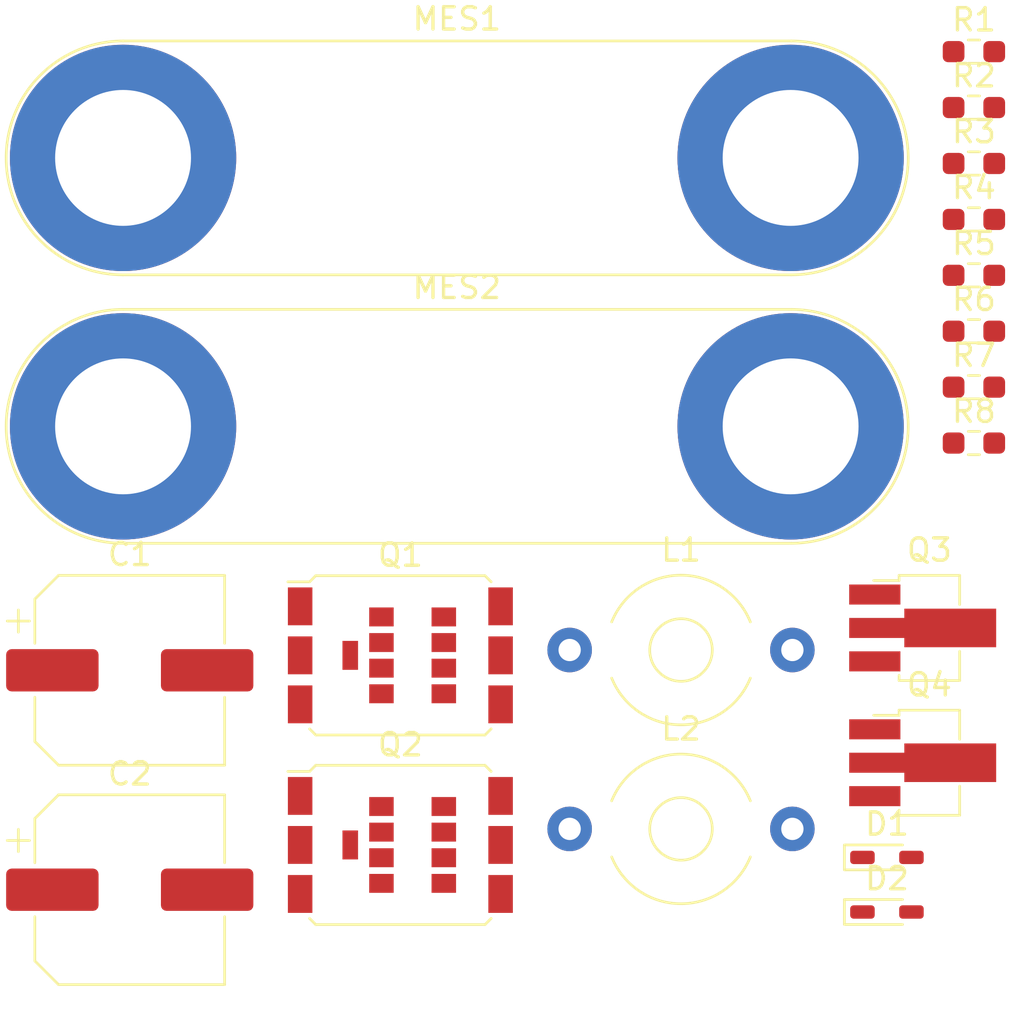
<source format=kicad_pcb>
(kicad_pcb (version 20221018) (generator pcbnew)
  (layers (0 "F.Cu" signal) (31 "B.Cu" signal) (34 "B.Paste" user) (35 "F.Paste" user) (36 "B.SilkS" user "B.Silkscreen") (37 "F.SilkS" user "F.Silkscreen") (38 "B.Mask" user) (39 "F.Mask" user) (44 "Edge.Cuts" user))
  (net 0 "")
  (net 1 "Net-(MES2--)")
  (net 2 "GND")
  (net 3 "Net-(MES1--)")
  (net 4 "Net-(D1-K)")
  (net 5 "Net-(D2-K)")
  (net 6 "Net-(MES1-+)")
  (net 7 "Net-(MES2-+)")
  (net 8 "Net-(BT1-+)")
  (net 9 "Net-(Q1-G)")
  (net 10 "Net-(Q2-G)")
  (net 11 "Net-(Q3-B)")
  (net 12 "Net-(Q4-B)")
  (net 13 "Net-(R1-Pad2)")
  (net 14 "Net-(R3-Pad2)")
  (footprint "Resistor_SMD:R_0603_1608Metric_Pad0.98x0.95mm_HandSolder" (layer "F.Cu") (at 142.505 55.15)
    (fp_text reference "R8" (at 0 -1.43) (layer "F.SilkS"))
    (fp_text value "1K")
    (fp_line (start -0.254724 -0.5225) (end 0.254724 -0.5225) (stroke (width 0.12)) (layer "F.SilkS"))
    (fp_line (start -0.254724 0.5225) (end 0.254724 0.5225) (stroke (width 0.12)) (layer "F.SilkS"))
    (pad "1" smd roundrect (at -0.9125 0) (size 0.975 0.95) (layers "F.Cu" "F.Paste" "F.Mask") (net 11 "Net-(Q3-B)"))
    (pad "2" smd roundrect (at 0.9125 0) (size 0.975 0.95) (layers "F.Cu" "F.Paste" "F.Mask"))
  )
  (footprint "Capacitor_SMD:CP_Elec_8x11.9" (layer "F.Cu") (at 104.605 65.35)
    (fp_text reference "C1" (at 0 -5.2) (layer "F.SilkS"))
    (fp_text value "100uF")
    (fp_line (start -5.5 -2.21) (end -4.5 -2.21) (stroke (width 0.12)) (layer "F.SilkS"))
    (fp_line (start -5 -2.71) (end -5 -1.71) (stroke (width 0.12)) (layer "F.SilkS"))
    (fp_line (start -4.26 -3.195563) (end -4.26 -1.21) (stroke (width 0.12)) (layer "F.SilkS"))
    (fp_line (start -4.26 -3.195563) (end -3.195563 -4.26) (stroke (width 0.12)) (layer "F.SilkS"))
    (fp_line (start -4.26 3.195563) (end -4.26 1.21) (stroke (width 0.12)) (layer "F.SilkS"))
    (fp_line (start -4.26 3.195563) (end -3.195563 4.26) (stroke (width 0.12)) (layer "F.SilkS"))
    (fp_line (start -3.195563 -4.26) (end 4.26 -4.26) (stroke (width 0.12)) (layer "F.SilkS"))
    (fp_line (start -3.195563 4.26) (end 4.26 4.26) (stroke (width 0.12)) (layer "F.SilkS"))
    (fp_line (start 4.26 -4.26) (end 4.26 -1.21) (stroke (width 0.12)) (layer "F.SilkS"))
    (fp_line (start 4.26 4.26) (end 4.26 1.21) (stroke (width 0.12)) (layer "F.SilkS"))
    (pad "1" smd roundrect (at -3.475 0) (size 4.15 1.9) (layers "F.Cu" "F.Paste" "F.Mask") (roundrect_rratio 0.131579) (net 1 "Net-(MES2--)"))
    (pad "2" smd roundrect (at 3.475 0) (size 4.15 1.9) (layers "F.Cu" "F.Paste" "F.Mask") (roundrect_rratio 0.131579) (net 2 "GND"))
  )
  (footprint "Resistor_SMD:R_0603_1608Metric_Pad0.98x0.95mm_HandSolder" (layer "F.Cu") (at 142.505 42.6)
    (fp_text reference "R3" (at 0 -1.43) (layer "F.SilkS"))
    (fp_text value "60K")
    (fp_line (start -0.254724 -0.5225) (end 0.254724 -0.5225) (stroke (width 0.12)) (layer "F.SilkS"))
    (fp_line (start -0.254724 0.5225) (end 0.254724 0.5225) (stroke (width 0.12)) (layer "F.SilkS"))
    (pad "1" smd roundrect (at -0.9125 0) (size 0.975 0.95) (layers "F.Cu" "F.Paste" "F.Mask") (net 7 "Net-(MES2-+)"))
    (pad "2" smd roundrect (at 0.9125 0) (size 0.975 0.95) (layers "F.Cu" "F.Paste" "F.Mask") (net 14 "Net-(R3-Pad2)"))
  )
  (footprint "Inductor_THT:L_Toroid_Horizontal_D6.5mm_P10.00mm_Diameter7-5mm_Amidon-T25" (layer "F.Cu") (at 124.355 72.47)
    (fp_text reference "L2" (at 5 -4.4885) (layer "F.SilkS"))
    (fp_text value "100mH")
    (fp_arc (start 1.886815 -1.26) (mid 5 -3.3585) (end 8.113185 -1.26) (stroke (width 0.12)) (layer "F.SilkS"))
    (fp_arc (start 8.113185 1.26) (mid 5 3.3585) (end 1.886815 1.26) (stroke (width 0.12)) (layer "F.SilkS"))
    (fp_circle (center 5 0) (end 6.404 0) (stroke (width 0.12)) (fill none) (layer "F.SilkS"))
    (pad "1" thru_hole circle (at 0 0) (size 2 2) (drill 1) (layers "*.Cu" "*.Mask") (net 1 "Net-(MES2--)"))
    (pad "2" thru_hole circle (at 10 0) (size 2 2) (drill 1) (layers "*.Cu" "*.Mask") (net 5 "Net-(D2-K)"))
  )
  (footprint "Resistor_SMD:R_0603_1608Metric_Pad0.98x0.95mm_HandSolder" (layer "F.Cu") (at 142.505 50.13)
    (fp_text reference "R6" (at 0 -1.43) (layer "F.SilkS"))
    (fp_text value "25K")
    (fp_line (start -0.254724 -0.5225) (end 0.254724 -0.5225) (stroke (width 0.12)) (layer "F.SilkS"))
    (fp_line (start -0.254724 0.5225) (end 0.254724 0.5225) (stroke (width 0.12)) (layer "F.SilkS"))
    (pad "1" smd roundrect (at -0.9125 0) (size 0.975 0.95) (layers "F.Cu" "F.Paste" "F.Mask") (net 8 "Net-(BT1-+)"))
    (pad "2" smd roundrect (at 0.9125 0) (size 0.975 0.95) (layers "F.Cu" "F.Paste" "F.Mask") (net 10 "Net-(Q2-G)"))
  )
  (footprint "Capacitor_SMD:CP_Elec_8x11.9" (layer "F.Cu") (at 104.605 75.2)
    (fp_text reference "C2" (at 0 -5.2) (layer "F.SilkS"))
    (fp_text value "100uF")
    (fp_line (start -5.5 -2.21) (end -4.5 -2.21) (stroke (width 0.12)) (layer "F.SilkS"))
    (fp_line (start -5 -2.71) (end -5 -1.71) (stroke (width 0.12)) (layer "F.SilkS"))
    (fp_line (start -4.26 -3.195563) (end -4.26 -1.21) (stroke (width 0.12)) (layer "F.SilkS"))
    (fp_line (start -4.26 -3.195563) (end -3.195563 -4.26) (stroke (width 0.12)) (layer "F.SilkS"))
    (fp_line (start -4.26 3.195563) (end -4.26 1.21) (stroke (width 0.12)) (layer "F.SilkS"))
    (fp_line (start -4.26 3.195563) (end -3.195563 4.26) (stroke (width 0.12)) (layer "F.SilkS"))
    (fp_line (start -3.195563 -4.26) (end 4.26 -4.26) (stroke (width 0.12)) (layer "F.SilkS"))
    (fp_line (start -3.195563 4.26) (end 4.26 4.26) (stroke (width 0.12)) (layer "F.SilkS"))
    (fp_line (start 4.26 -4.26) (end 4.26 -1.21) (stroke (width 0.12)) (layer "F.SilkS"))
    (fp_line (start 4.26 4.26) (end 4.26 1.21) (stroke (width 0.12)) (layer "F.SilkS"))
    (pad "1" smd roundrect (at -3.475 0) (size 4.15 1.9) (layers "F.Cu" "F.Paste" "F.Mask") (roundrect_rratio 0.131579) (net 3 "Net-(MES1--)"))
    (pad "2" smd roundrect (at 3.475 0) (size 4.15 1.9) (layers "F.Cu" "F.Paste" "F.Mask") (roundrect_rratio 0.131579) (net 2 "GND"))
  )
  (footprint "Diode_SMD:D_SC-80_HandSoldering" (layer "F.Cu") (at 138.6 73.75)
    (fp_text reference "D1" (at 0 -1.5) (layer "F.SilkS"))
    (fp_text value "1N4001")
    (fp_line (start -1.91 -0.56) (end 0.7 -0.56) (stroke (width 0.12)) (layer "F.SilkS"))
    (fp_line (start -1.91 -0.55) (end -1.91 0.55) (stroke (width 0.12)) (layer "F.SilkS"))
    (fp_line (start -1.91 0.56) (end 0.7 0.56) (stroke (width 0.12)) (layer "F.SilkS"))
    (pad "1" smd roundrect (at -1.1 0) (size 1.1 0.6) (layers "F.Cu" "F.Paste" "F.Mask") (net 4 "Net-(D1-K)"))
    (pad "2" smd roundrect (at 1.1 0) (size 1.1 0.6) (layers "F.Cu" "F.Paste" "F.Mask") (net 2 "GND"))
  )
  (footprint "Resistor_SMD:R_0603_1608Metric_Pad0.98x0.95mm_HandSolder" (layer "F.Cu") (at 142.505 52.64)
    (fp_text reference "R7" (at 0 -1.43) (layer "F.SilkS"))
    (fp_text value "1K")
    (fp_line (start -0.254724 -0.5225) (end 0.254724 -0.5225) (stroke (width 0.12)) (layer "F.SilkS"))
    (fp_line (start -0.254724 0.5225) (end 0.254724 0.5225) (stroke (width 0.12)) (layer "F.SilkS"))
    (pad "1" smd roundrect (at -0.9125 0) (size 0.975 0.95) (layers "F.Cu" "F.Paste" "F.Mask") (net 12 "Net-(Q4-B)"))
    (pad "2" smd roundrect (at 0.9125 0) (size 0.975 0.95) (layers "F.Cu" "F.Paste" "F.Mask"))
  )
  (footprint "Resistor_SMD:R_0603_1608Metric_Pad0.98x0.95mm_HandSolder" (layer "F.Cu") (at 142.505 45.11)
    (fp_text reference "R4" (at 0 -1.43) (layer "F.SilkS"))
    (fp_text value "10K")
    (fp_line (start -0.254724 -0.5225) (end 0.254724 -0.5225) (stroke (width 0.12)) (layer "F.SilkS"))
    (fp_line (start -0.254724 0.5225) (end 0.254724 0.5225) (stroke (width 0.12)) (layer "F.SilkS"))
    (pad "1" smd roundrect (at -0.9125 0) (size 0.975 0.95) (layers "F.Cu" "F.Paste" "F.Mask") (net 14 "Net-(R3-Pad2)"))
    (pad "2" smd roundrect (at 0.9125 0) (size 0.975 0.95) (layers "F.Cu" "F.Paste" "F.Mask") (net 2 "GND"))
  )
  (footprint "Inductor_THT:L_Toroid_Horizontal_D6.5mm_P10.00mm_Diameter7-5mm_Amidon-T25" (layer "F.Cu") (at 124.355 64.44)
    (fp_text reference "L1" (at 5 -4.4885) (layer "F.SilkS"))
    (fp_text value "100mH")
    (fp_arc (start 1.886815 -1.26) (mid 5 -3.3585) (end 8.113185 -1.26) (stroke (width 0.12)) (layer "F.SilkS"))
    (fp_arc (start 8.113185 1.26) (mid 5 3.3585) (end 1.886815 1.26) (stroke (width 0.12)) (layer "F.SilkS"))
    (fp_circle (center 5 0) (end 6.404 0) (stroke (width 0.12)) (fill none) (layer "F.SilkS"))
    (pad "1" thru_hole circle (at 0 0) (size 2 2) (drill 1) (layers "*.Cu" "*.Mask") (net 3 "Net-(MES1--)"))
    (pad "2" thru_hole circle (at 10 0) (size 2 2) (drill 1) (layers "*.Cu" "*.Mask") (net 4 "Net-(D1-K)"))
  )
  (footprint "Package_TO_SOT_SMD:SOT-89-3_Handsoldering" (layer "F.Cu") (at 140.505 63.45)
    (fp_text reference "Q3" (at 0 -3.5) (layer "F.SilkS"))
    (fp_text value "SS8050")
    (fp_line (start -2.5 -2.13) (end -1.36 -2.13) (stroke (width 0.12)) (layer "F.SilkS"))
    (fp_line (start -1.36 -2.36) (end -1.36 -2.13) (stroke (width 0.12)) (layer "F.SilkS"))
    (fp_line (start -1.36 -2.36) (end 1.36 -2.36) (stroke (width 0.12)) (layer "F.SilkS"))
    (fp_line (start -1.36 2.36) (end -1.36 2.13) (stroke (width 0.12)) (layer "F.SilkS"))
    (fp_line (start 1.36 -2.36) (end 1.36 -1.05) (stroke (width 0.12)) (layer "F.SilkS"))
    (fp_line (start 1.36 1.05) (end 1.36 2.36) (stroke (width 0.12)) (layer "F.SilkS"))
    (fp_line (start 1.36 2.36) (end -1.36 2.36) (stroke (width 0.12)) (layer "F.SilkS"))
    (pad "1" smd rect (at -2.45 -1.5) (size 2.3 0.9) (layers "F.Cu" "F.Paste" "F.Mask") (net 10 "Net-(Q2-G)"))
    (pad "2" smd custom (at -2.3625 0) (size 2.475 0.9) (layers "F.Cu" "F.Paste" "F.Mask") (net 11 "Net-(Q3-B)") (options (clearance outline) (anchor rect)) (primitives (gr_poly (pts (xy 5.3625 0.8665) (xy 1.2375 0.8665) (xy 1.2375 -0.8665) (xy 5.3625 -0.8665)) (width 0) (fill yes))))
    (pad "3" smd rect (at -2.45 1.5) (size 2.3 0.9) (layers "F.Cu" "F.Paste" "F.Mask") (net 2 "GND"))
  )
  (footprint "Package_DirectFET:DirectFET_L8" (layer "F.Cu") (at 116.755 73.19)
    (fp_text reference "Q2" (at 0 -4.5) (layer "F.SilkS"))
    (fp_text value "IRF4905")
    (fp_line (start -5.05 -3.3) (end -4.075 -3.3) (stroke (width 0.12)) (layer "F.SilkS"))
    (fp_line (start -4.075 -3.3) (end -3.8 -3.575) (stroke (width 0.12)) (layer "F.SilkS"))
    (fp_line (start -4.075 3.3) (end -3.8 3.575) (stroke (width 0.12)) (layer "F.SilkS"))
    (fp_line (start 3.8 -3.575) (end -3.8 -3.575) (stroke (width 0.12)) (layer "F.SilkS"))
    (fp_line (start 3.8 3.575) (end -3.8 3.575) (stroke (width 0.12)) (layer "F.SilkS"))
    (fp_line (start 4.075 -3.3) (end 3.8 -3.575) (stroke (width 0.12)) (layer "F.SilkS"))
    (fp_line (start 4.075 3.3) (end 3.8 3.575) (stroke (width 0.12)) (layer "F.SilkS"))
    (pad "1" smd rect (at -4.5 -2.2) (size 1.1 1.7) (layers "F.Cu" "F.Paste" "F.Mask") (net 8 "Net-(BT1-+)"))
    (pad "1" smd rect (at -4.5 0) (size 1.1 1.7) (layers "F.Cu" "F.Paste" "F.Mask") (net 8 "Net-(BT1-+)"))
    (pad "1" smd rect (at -4.5 2.2) (size 1.1 1.7) (layers "F.Cu" "F.Paste" "F.Mask") (net 8 "Net-(BT1-+)"))
    (pad "1" smd rect (at 4.5 -2.2) (size 1.1 1.7) (layers "F.Cu" "F.Paste" "F.Mask") (net 8 "Net-(BT1-+)"))
    (pad "1" smd rect (at 4.5 0) (size 1.1 1.7) (layers "F.Cu" "F.Paste" "F.Mask") (net 8 "Net-(BT1-+)"))
    (pad "1" smd rect (at 4.5 2.2) (size 1.1 1.7) (layers "F.Cu" "F.Paste" "F.Mask") (net 8 "Net-(BT1-+)"))
    (pad "2" smd rect (at -2.25 0) (size 0.7 1.3) (layers "F.Cu" "F.Paste" "F.Mask") (net 10 "Net-(Q2-G)"))
    (pad "3" smd rect (at -0.85 -1.725) (size 1.1 0.85) (layers "F.Cu" "F.Paste" "F.Mask") (net 5 "Net-(D2-K)"))
    (pad "3" smd rect (at -0.85 -0.575) (size 1.1 0.85) (layers "F.Cu" "F.Paste" "F.Mask") (net 5 "Net-(D2-K)"))
    (pad "3" smd rect (at -0.85 0.575) (size 1.1 0.85) (layers "F.Cu" "F.Paste" "F.Mask") (net 5 "Net-(D2-K)"))
    (pad "3" smd rect (at -0.85 1.725) (size 1.1 0.85) (layers "F.Cu" "F.Paste" "F.Mask") (net 5 "Net-(D2-K)"))
    (pad "3" smd rect (at 1.95 -1.725) (size 1.1 0.85) (layers "F.Cu" "F.Paste" "F.Mask") (net 5 "Net-(D2-K)"))
    (pad "3" smd rect (at 1.95 -0.575) (size 1.1 0.85) (layers "F.Cu" "F.Paste" "F.Mask") (net 5 "Net-(D2-K)"))
    (pad "3" smd rect (at 1.95 0.575) (size 1.1 0.85) (layers "F.Cu" "F.Paste" "F.Mask") (net 5 "Net-(D2-K)"))
    (pad "3" smd rect (at 1.95 1.725) (size 1.1 0.85) (layers "F.Cu" "F.Paste" "F.Mask") (net 5 "Net-(D2-K)"))
  )
  (footprint "Connector:Banana_Jack_2Pin" (layer "F.Cu") (at 104.305 54.4)
    (fp_text reference "MES2" (at 14.985 -6.24) (layer "F.SilkS"))
    (fp_text value "Ammeter_DC")
    (fp_line (start 0 5.25) (end 30 5.25) (stroke (width 0.12)) (layer "F.SilkS"))
    (fp_line (start 30 -5.25) (end 0 -5.25) (stroke (width 0.12)) (layer "F.SilkS"))
    (fp_arc (start 0 5.25) (mid -5.25 0) (end 0 -5.25) (stroke (width 0.12)) (layer "F.SilkS"))
    (fp_arc (start 30 -5.25) (mid 35.25 0) (end 30 5.25) (stroke (width 0.12)) (layer "F.SilkS"))
    (pad "1" thru_hole circle (at 0 0) (size 10.16 10.16) (drill 6.1) (layers "*.Cu" "*.Mask") (net 1 "Net-(MES2--)"))
    (pad "2" thru_hole circle (at 29.97 0) (size 10.16 10.16) (drill 6.1) (layers "*.Cu" "*.Mask") (net 7 "Net-(MES2-+)"))
  )
  (footprint "Package_DirectFET:DirectFET_L8" (layer "F.Cu") (at 116.755 64.68)
    (fp_text reference "Q1" (at 0 -4.5) (layer "F.SilkS"))
    (fp_text value "IRF4905")
    (fp_line (start -5.05 -3.3) (end -4.075 -3.3) (stroke (width 0.12)) (layer "F.SilkS"))
    (fp_line (start -4.075 -3.3) (end -3.8 -3.575) (stroke (width 0.12)) (layer "F.SilkS"))
    (fp_line (start -4.075 3.3) (end -3.8 3.575) (stroke (width 0.12)) (layer "F.SilkS"))
    (fp_line (start 3.8 -3.575) (end -3.8 -3.575) (stroke (width 0.12)) (layer "F.SilkS"))
    (fp_line (start 3.8 3.575) (end -3.8 3.575) (stroke (width 0.12)) (layer "F.SilkS"))
    (fp_line (start 4.075 -3.3) (end 3.8 -3.575) (stroke (width 0.12)) (layer "F.SilkS"))
    (fp_line (start 4.075 3.3) (end 3.8 3.575) (stroke (width 0.12)) (layer "F.SilkS"))
    (pad "1" smd rect (at -4.5 -2.2) (size 1.1 1.7) (layers "F.Cu" "F.Paste" "F.Mask") (net 8 "Net-(BT1-+)"))
    (pad "1" smd rect (at -4.5 0) (size 1.1 1.7) (layers "F.Cu" "F.Paste" "F.Mask") (net 8 "Net-(BT1-+)"))
    (pad "1" smd rect (at -4.5 2.2) (size 1.1 1.7) (layers "F.Cu" "F.Paste" "F.Mask") (net 8 "Net-(BT1-+)"))
    (pad "1" smd rect (at 4.5 -2.2) (size 1.1 1.7) (layers "F.Cu" "F.Paste" "F.Mask") (net 8 "Net-(BT1-+)"))
    (pad "1" smd rect (at 4.5 0) (size 1.1 1.7) (layers "F.Cu" "F.Paste" "F.Mask") (net 8 "Net-(BT1-+)"))
    (pad "1" smd rect (at 4.5 2.2) (size 1.1 1.7) (layers "F.Cu" "F.Paste" "F.Mask") (net 8 "Net-(BT1-+)"))
    (pad "2" smd rect (at -2.25 0) (size 0.7 1.3) (layers "F.Cu" "F.Paste" "F.Mask") (net 9 "Net-(Q1-G)"))
    (pad "3" smd rect (at -0.85 -1.725) (size 1.1 0.85) (layers "F.Cu" "F.Paste" "F.Mask") (net 4 "Net-(D1-K)"))
    (pad "3" smd rect (at -0.85 -0.575) (size 1.1 0.85) (layers "F.Cu" "F.Paste" "F.Mask") (net 4 "Net-(D1-K)"))
    (pad "3" smd rect (at -0.85 0.575) (size 1.1 0.85) (layers "F.Cu" "F.Paste" "F.Mask") (net 4 "Net-(D1-K)"))
    (pad "3" smd rect (at -0.85 1.725) (size 1.1 0.85) (layers "F.Cu" "F.Paste" "F.Mask") (net 4 "Net-(D1-K)"))
    (pad "3" smd rect (at 1.95 -1.725) (size 1.1 0.85) (layers "F.Cu" "F.Paste" "F.Mask") (net 4 "Net-(D1-K)"))
    (pad "3" smd rect (at 1.95 -0.575) (size 1.1 0.85) (layers "F.Cu" "F.Paste" "F.Mask") (net 4 "Net-(D1-K)"))
    (pad "3" smd rect (at 1.95 0.575) (size 1.1 0.85) (layers "F.Cu" "F.Paste" "F.Mask") (net 4 "Net-(D1-K)"))
    (pad "3" smd rect (at 1.95 1.725) (size 1.1 0.85) (layers "F.Cu" "F.Paste" "F.Mask") (net 4 "Net-(D1-K)"))
  )
  (footprint "Resistor_SMD:R_0603_1608Metric_Pad0.98x0.95mm_HandSolder" (layer "F.Cu") (at 142.505 47.62)
    (fp_text reference "R5" (at 0 -1.43) (layer "F.SilkS"))
    (fp_text value "25K")
    (fp_line (start -0.254724 -0.5225) (end 0.254724 -0.5225) (stroke (width 0.12)) (layer "F.SilkS"))
    (fp_line (start -0.254724 0.5225) (end 0.254724 0.5225) (stroke (width 0.12)) (layer "F.SilkS"))
    (pad "1" smd roundrect (at -0.9125 0) (size 0.975 0.95) (layers "F.Cu" "F.Paste" "F.Mask") (net 8 "Net-(BT1-+)"))
    (pad "2" smd roundrect (at 0.9125 0) (size 0.975 0.95) (layers "F.Cu" "F.Paste" "F.Mask") (net 9 "Net-(Q1-G)"))
  )
  (footprint "Diode_SMD:D_SC-80_HandSoldering" (layer "F.Cu") (at 138.6 76.2)
    (fp_text reference "D2" (at 0 -1.5) (layer "F.SilkS"))
    (fp_text value "1N4001")
    (fp_line (start -1.91 -0.56) (end 0.7 -0.56) (stroke (width 0.12)) (layer "F.SilkS"))
    (fp_line (start -1.91 -0.55) (end -1.91 0.55) (stroke (width 0.12)) (layer "F.SilkS"))
    (fp_line (start -1.91 0.56) (end 0.7 0.56) (stroke (width 0.12)) (layer "F.SilkS"))
    (pad "1" smd roundrect (at -1.1 0) (size 1.1 0.6) (layers "F.Cu" "F.Paste" "F.Mask") (net 5 "Net-(D2-K)"))
    (pad "2" smd roundrect (at 1.1 0) (size 1.1 0.6) (layers "F.Cu" "F.Paste" "F.Mask") (net 2 "GND"))
  )
  (footprint "Connector:Banana_Jack_2Pin" (layer "F.Cu") (at 104.305 42.35)
    (fp_text reference "MES1" (at 14.985 -6.24) (layer "F.SilkS"))
    (fp_text value "Ammeter_DC")
    (fp_line (start 0 5.25) (end 30 5.25) (stroke (width 0.12)) (layer "F.SilkS"))
    (fp_line (start 30 -5.25) (end 0 -5.25) (stroke (width 0.12)) (layer "F.SilkS"))
    (fp_arc (start 0 5.25) (mid -5.25 0) (end 0 -5.25) (stroke (width 0.12)) (layer "F.SilkS"))
    (fp_arc (start 30 -5.25) (mid 35.25 0) (end 30 5.25) (stroke (width 0.12)) (layer "F.SilkS"))
    (pad "1" thru_hole circle (at 0 0) (size 10.16 10.16) (drill 6.1) (layers "*.Cu" "*.Mask") (net 3 "Net-(MES1--)"))
    (pad "2" thru_hole circle (at 29.97 0) (size 10.16 10.16) (drill 6.1) (layers "*.Cu" "*.Mask") (net 6 "Net-(MES1-+)"))
  )
  (footprint "Package_TO_SOT_SMD:SOT-89-3_Handsoldering" (layer "F.Cu") (at 140.505 69.5)
    (fp_text reference "Q4" (at 0 -3.5) (layer "F.SilkS"))
    (fp_text value "SS8050")
    (fp_line (start -2.5 -2.13) (end -1.36 -2.13) (stroke (width 0.12)) (layer "F.SilkS"))
    (fp_line (start -1.36 -2.36) (end -1.36 -2.13) (stroke (width 0.12)) (layer "F.SilkS"))
    (fp_line (start -1.36 -2.36) (end 1.36 -2.36) (stroke (width 0.12)) (layer "F.SilkS"))
    (fp_line (start -1.36 2.36) (end -1.36 2.13) (stroke (width 0.12)) (layer "F.SilkS"))
    (fp_line (start 1.36 -2.36) (end 1.36 -1.05) (stroke (width 0.12)) (layer "F.SilkS"))
    (fp_line (start 1.36 1.05) (end 1.36 2.36) (stroke (width 0.12)) (layer "F.SilkS"))
    (fp_line (start 1.36 2.36) (end -1.36 2.36) (stroke (width 0.12)) (layer "F.SilkS"))
    (pad "1" smd rect (at -2.45 -1.5) (size 2.3 0.9) (layers "F.Cu" "F.Paste" "F.Mask") (net 9 "Net-(Q1-G)"))
    (pad "2" smd custom (at -2.3625 0) (size 2.475 0.9) (layers "F.Cu" "F.Paste" "F.Mask") (net 12 "Net-(Q4-B)") (options (clearance outline) (anchor rect)) (primitives (gr_poly (pts (xy 5.3625 0.8665) (xy 1.2375 0.8665) (xy 1.2375 -0.8665) (xy 5.3625 -0.8665)) (width 0) (fill yes))))
    (pad "3" smd rect (at -2.45 1.5) (size 2.3 0.9) (layers "F.Cu" "F.Paste" "F.Mask") (net 2 "GND"))
  )
  (footprint "Resistor_SMD:R_0603_1608Metric_Pad0.98x0.95mm_HandSolder" (layer "F.Cu") (at 142.505 37.58)
    (fp_text reference "R1" (at 0 -1.43) (layer "F.SilkS"))
    (fp_text value "60K")
    (fp_line (start -0.254724 -0.5225) (end 0.254724 -0.5225) (stroke (width 0.12)) (layer "F.SilkS"))
    (fp_line (start -0.254724 0.5225) (end 0.254724 0.5225) (stroke (width 0.12)) (layer "F.SilkS"))
    (pad "1" smd roundrect (at -0.9125 0) (size 0.975 0.95) (layers "F.Cu" "F.Paste" "F.Mask") (net 6 "Net-(MES1-+)"))
    (pad "2" smd roundrect (at 0.9125 0) (size 0.975 0.95) (layers "F.Cu" "F.Paste" "F.Mask") (net 13 "Net-(R1-Pad2)"))
  )
  (footprint "Resistor_SMD:R_0603_1608Metric_Pad0.98x0.95mm_HandSolder" (layer "F.Cu") (at 142.505 40.09)
    (fp_text reference "R2" (at 0 -1.43) (layer "F.SilkS"))
    (fp_text value "10K")
    (fp_line (start -0.254724 -0.5225) (end 0.254724 -0.5225) (stroke (width 0.12)) (layer "F.SilkS"))
    (fp_line (start -0.254724 0.5225) (end 0.254724 0.5225) (stroke (width 0.12)) (layer "F.SilkS"))
    (pad "1" smd roundrect (at -0.9125 0) (size 0.975 0.95) (layers "F.Cu" "F.Paste" "F.Mask") (net 13 "Net-(R1-Pad2)"))
    (pad "2" smd roundrect (at 0.9125 0) (size 0.975 0.95) (layers "F.Cu" "F.Paste" "F.Mask") (net 2 "GND"))
  )
)
</source>
